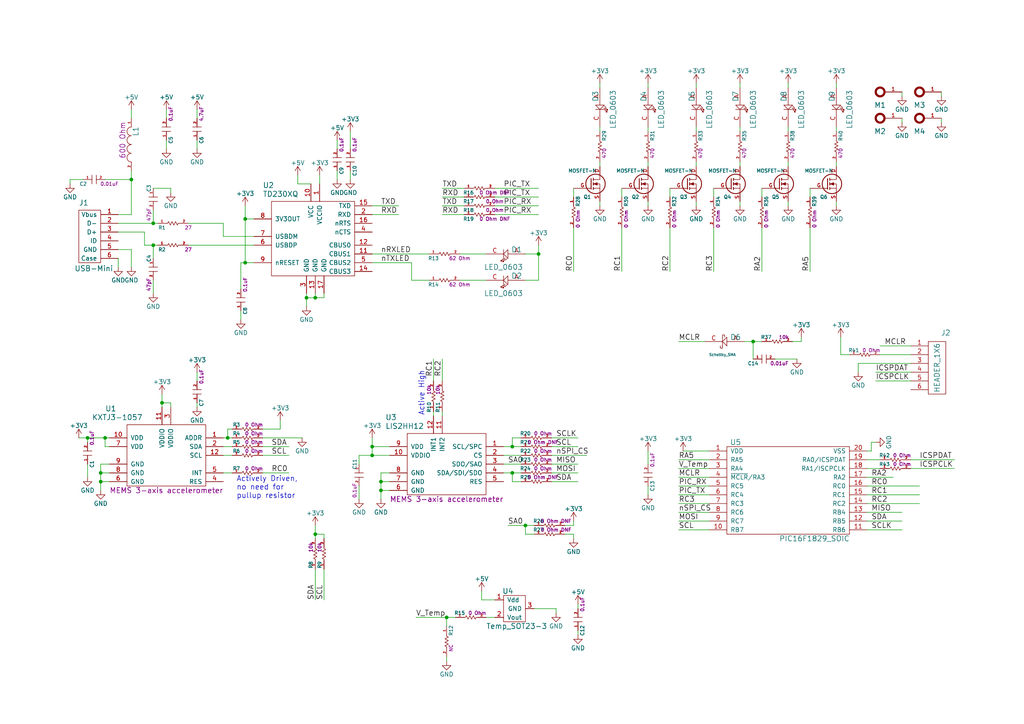
<source format=kicad_sch>
(kicad_sch (version 20230121) (generator eeschema)
  (paper "A4")
  (junction (at 129.54 179.07))
  (junction (at 107.95 132.08))
  (junction (at 44.45 71.12))
  (junction (at 25.4 127))
  (junction (at 30.48 127))
  (junction (at 148.59 137.16))
  (junction (at 148.59 129.54))
  (junction (at 91.44 154.94))
  (junction (at 29.21 139.7))
  (junction (at 88.9 86.36))
  (junction (at 71.12 63.5))
  (junction (at 71.12 76.2))
  (junction (at 29.21 137.16))
  (junction (at 156.21 73.66))
  (junction (at 38.1 52.07))
  (junction (at 46.99 116.84))
  (junction (at 152.4 152.4))
  (junction (at 66.04 127))
  (junction (at 44.45 64.77))
  (junction (at 110.49 142.24))
  (junction (at 110.49 139.7))
  (junction (at 107.95 129.54))
  (junction (at 91.44 86.36))
  (junction (at 218.44 99.06))
  (wire (pts (xy 146.05 132.08) (xy 151.13 132.08)))
  (wire (pts (xy 148.59 137.16) (xy 151.13 137.16)))
  (wire (pts (xy 129.54 181.61) (xy 129.54 179.07)))
  (wire (pts (xy 154.94 176.53) (xy 161.29 176.53)))
  (wire (pts (xy 220.98 57.15) (xy 220.98 54.61)))
  (wire (pts (xy 115.57 59.69) (xy 107.95 59.69)))
  (wire (pts (xy 242.57 58.42) (xy 242.57 59.69)))
  (wire (pts (xy 101.6 43.18) (xy 101.6 38.1)))
  (wire (pts (xy 128.27 57.15) (xy 134.62 57.15)))
  (wire (pts (xy 261.62 27.94) (xy 261.62 26.67)))
  (wire (pts (xy 44.45 54.61) (xy 49.53 54.61)))
  (wire (pts (xy 196.85 153.67) (xy 205.74 153.67)))
  (wire (pts (xy 234.95 78.74) (xy 234.95 66.04)))
  (wire (pts (xy 64.77 129.54) (xy 67.31 129.54)))
  (wire (pts (xy 148.59 139.7) (xy 148.59 137.16)))
  (wire (pts (xy 261.62 151.13) (xy 251.46 151.13)))
  (wire (pts (xy 207.01 57.15) (xy 207.01 54.61)))
  (wire (pts (xy 156.21 57.15) (xy 143.51 57.15)))
  (wire (pts (xy 49.53 54.61) (xy 49.53 55.88)))
  (wire (pts (xy 163.83 152.4) (xy 166.37 152.4)))
  (wire (pts (xy 156.21 81.28) (xy 152.4 81.28)))
  (wire (pts (xy 119.38 81.28) (xy 124.46 81.28)))
  (wire (pts (xy 30.48 129.54) (xy 30.48 127)))
  (wire (pts (xy 104.14 132.08) (xy 104.14 134.62)))
  (wire (pts (xy 46.99 114.3) (xy 46.99 116.84)))
  (wire (pts (xy 48.26 43.18) (xy 48.26 40.64)))
  (wire (pts (xy 48.26 34.29) (xy 48.26 31.75)))
  (wire (pts (xy 129.54 191.77) (xy 129.54 190.5)))
  (wire (pts (xy 232.41 99.06) (xy 232.41 97.79)))
  (wire (pts (xy 88.9 88.9) (xy 88.9 86.36)))
  (wire (pts (xy 69.85 90.17) (xy 69.85 92.71)))
  (wire (pts (xy 161.29 176.53) (xy 161.29 177.8)))
  (wire (pts (xy 261.62 34.29) (xy 261.62 35.56)))
  (wire (pts (xy 81.28 124.46) (xy 81.28 121.92)))
  (wire (pts (xy 224.79 104.14) (xy 231.14 104.14)))
  (wire (pts (xy 229.87 99.06) (xy 232.41 99.06)))
  (wire (pts (xy 140.97 179.07) (xy 143.51 179.07)))
  (wire (pts (xy 25.4 134.62) (xy 25.4 138.43)))
  (wire (pts (xy 251.46 133.35) (xy 255.27 133.35)))
  (wire (pts (xy 167.64 134.62) (xy 160.02 134.62)))
  (wire (pts (xy 31.75 129.54) (xy 30.48 129.54)))
  (wire (pts (xy 273.05 35.56) (xy 273.05 34.29)))
  (wire (pts (xy 128.27 62.23) (xy 134.62 62.23)))
  (wire (pts (xy 228.6 58.42) (xy 228.6 59.69)))
  (wire (pts (xy 151.13 127) (xy 148.59 127)))
  (wire (pts (xy 83.82 137.16) (xy 76.2 137.16)))
  (wire (pts (xy 196.85 99.06) (xy 204.47 99.06)))
  (wire (pts (xy 88.9 86.36) (xy 88.9 85.09)))
  (wire (pts (xy 76.2 124.46) (xy 81.28 124.46)))
  (wire (pts (xy 180.34 57.15) (xy 180.34 54.61)))
  (wire (pts (xy 41.91 67.31) (xy 41.91 71.12)))
  (wire (pts (xy 57.15 43.18) (xy 57.15 40.64)))
  (wire (pts (xy 196.85 138.43) (xy 205.74 138.43)))
  (wire (pts (xy 71.12 63.5) (xy 71.12 76.2)))
  (wire (pts (xy 110.49 139.7) (xy 110.49 142.24)))
  (wire (pts (xy 251.46 135.89) (xy 255.27 135.89)))
  (wire (pts (xy 83.82 132.08) (xy 76.2 132.08)))
  (wire (pts (xy 187.96 143.51) (xy 187.96 140.97)))
  (wire (pts (xy 44.45 60.96) (xy 44.45 64.77)))
  (wire (pts (xy 187.96 36.83) (xy 187.96 38.1)))
  (wire (pts (xy 173.99 46.99) (xy 173.99 48.26)))
  (wire (pts (xy 252.73 130.81) (xy 252.73 128.27)))
  (wire (pts (xy 113.03 142.24) (xy 110.49 142.24)))
  (wire (pts (xy 38.1 72.39) (xy 38.1 77.47)))
  (wire (pts (xy 119.38 76.2) (xy 107.95 76.2)))
  (wire (pts (xy 180.34 78.74) (xy 180.34 66.04)))
  (wire (pts (xy 228.6 36.83) (xy 228.6 38.1)))
  (wire (pts (xy 187.96 134.62) (xy 187.96 130.81)))
  (wire (pts (xy 120.65 179.07) (xy 129.54 179.07)))
  (wire (pts (xy 91.44 86.36) (xy 93.98 86.36)))
  (wire (pts (xy 64.77 132.08) (xy 67.31 132.08)))
  (wire (pts (xy 214.63 24.13) (xy 214.63 25.4)))
  (wire (pts (xy 134.62 54.61) (xy 128.27 54.61)))
  (wire (pts (xy 107.95 127) (xy 107.95 129.54)))
  (wire (pts (xy 93.98 86.36) (xy 93.98 85.09)))
  (wire (pts (xy 133.35 73.66) (xy 140.97 73.66)))
  (wire (pts (xy 251.46 130.81) (xy 252.73 130.81)))
  (wire (pts (xy 196.85 133.35) (xy 205.74 133.35)))
  (wire (pts (xy 242.57 46.99) (xy 242.57 48.26)))
  (wire (pts (xy 205.74 130.81) (xy 198.12 130.81)))
  (wire (pts (xy 29.21 139.7) (xy 31.75 139.7)))
  (wire (pts (xy 125.73 104.14) (xy 125.73 110.49)))
  (wire (pts (xy 156.21 54.61) (xy 143.51 54.61)))
  (wire (pts (xy 46.99 116.84) (xy 49.53 116.84)))
  (wire (pts (xy 228.6 46.99) (xy 228.6 48.26)))
  (wire (pts (xy 107.95 73.66) (xy 124.46 73.66)))
  (wire (pts (xy 104.14 132.08) (xy 107.95 132.08)))
  (wire (pts (xy 259.08 138.43) (xy 251.46 138.43)))
  (wire (pts (xy 148.59 129.54) (xy 151.13 129.54)))
  (wire (pts (xy 24.13 52.07) (xy 20.32 52.07)))
  (wire (pts (xy 44.45 64.77) (xy 45.72 64.77)))
  (wire (pts (xy 69.85 76.2) (xy 71.12 76.2)))
  (wire (pts (xy 113.03 129.54) (xy 107.95 129.54)))
  (wire (pts (xy 92.71 53.34) (xy 92.71 50.8)))
  (wire (pts (xy 128.27 120.65) (xy 128.27 119.38)))
  (wire (pts (xy 248.92 107.95) (xy 248.92 105.41)))
  (wire (pts (xy 71.12 59.69) (xy 71.12 63.5)))
  (wire (pts (xy 115.57 62.23) (xy 107.95 62.23)))
  (wire (pts (xy 201.93 24.13) (xy 201.93 25.4)))
  (wire (pts (xy 201.93 36.83) (xy 201.93 38.1)))
  (wire (pts (xy 139.7 171.45) (xy 139.7 173.99)))
  (wire (pts (xy 29.21 139.7) (xy 29.21 142.24)))
  (wire (pts (xy 34.29 74.93) (xy 34.29 77.47)))
  (wire (pts (xy 254 107.95) (xy 264.16 107.95)))
  (wire (pts (xy 101.6 52.07) (xy 101.6 49.53)))
  (wire (pts (xy 166.37 57.15) (xy 166.37 54.61)))
  (wire (pts (xy 264.16 102.87) (xy 255.27 102.87)))
  (wire (pts (xy 166.37 154.94) (xy 166.37 156.21)))
  (wire (pts (xy 86.36 53.34) (xy 86.36 50.8)))
  (wire (pts (xy 83.82 129.54) (xy 76.2 129.54)))
  (wire (pts (xy 110.49 142.24) (xy 110.49 144.78)))
  (wire (pts (xy 64.77 68.58) (xy 73.66 68.58)))
  (wire (pts (xy 30.48 52.07) (xy 38.1 52.07)))
  (wire (pts (xy 234.95 57.15) (xy 234.95 54.61)))
  (wire (pts (xy 73.66 63.5) (xy 71.12 63.5)))
  (wire (pts (xy 243.84 102.87) (xy 243.84 97.79)))
  (wire (pts (xy 97.79 52.07) (xy 97.79 49.53)))
  (wire (pts (xy 44.45 74.93) (xy 44.45 71.12)))
  (wire (pts (xy 34.29 62.23) (xy 38.1 62.23)))
  (wire (pts (xy 167.64 127) (xy 160.02 127)))
  (wire (pts (xy 41.91 71.12) (xy 44.45 71.12)))
  (wire (pts (xy 91.44 165.1) (xy 91.44 173.99)))
  (wire (pts (xy 57.15 34.29) (xy 57.15 31.75)))
  (wire (pts (xy 29.21 134.62) (xy 31.75 134.62)))
  (wire (pts (xy 242.57 24.13) (xy 242.57 25.4)))
  (wire (pts (xy 54.61 64.77) (xy 64.77 64.77)))
  (wire (pts (xy 243.84 102.87) (xy 246.38 102.87)))
  (wire (pts (xy 167.64 137.16) (xy 160.02 137.16)))
  (wire (pts (xy 97.79 43.18) (xy 97.79 40.64)))
  (wire (pts (xy 201.93 46.99) (xy 201.93 48.26)))
  (wire (pts (xy 129.54 179.07) (xy 132.08 179.07)))
  (wire (pts (xy 254 110.49) (xy 264.16 110.49)))
  (wire (pts (xy 214.63 46.99) (xy 214.63 48.26)))
  (wire (pts (xy 220.98 78.74) (xy 220.98 66.04)))
  (wire (pts (xy 194.31 78.74) (xy 194.31 66.04)))
  (wire (pts (xy 29.21 134.62) (xy 29.21 137.16)))
  (wire (pts (xy 266.7 143.51) (xy 251.46 143.51)))
  (wire (pts (xy 187.96 24.13) (xy 187.96 25.4)))
  (wire (pts (xy 205.74 143.51) (xy 196.85 143.51)))
  (wire (pts (xy 196.85 148.59) (xy 205.74 148.59)))
  (wire (pts (xy 214.63 58.42) (xy 214.63 59.69)))
  (wire (pts (xy 215.9 99.06) (xy 218.44 99.06)))
  (wire (pts (xy 151.13 139.7) (xy 148.59 139.7)))
  (wire (pts (xy 276.86 135.89) (xy 264.16 135.89)))
  (wire (pts (xy 163.83 154.94) (xy 166.37 154.94)))
  (wire (pts (xy 156.21 73.66) (xy 156.21 81.28)))
  (wire (pts (xy 187.96 46.99) (xy 187.96 48.26)))
  (wire (pts (xy 69.85 76.2) (xy 69.85 83.82)))
  (wire (pts (xy 148.59 127) (xy 148.59 129.54)))
  (wire (pts (xy 38.1 62.23) (xy 38.1 52.07)))
  (wire (pts (xy 88.9 86.36) (xy 91.44 86.36)))
  (wire (pts (xy 64.77 64.77) (xy 64.77 68.58)))
  (wire (pts (xy 228.6 24.13) (xy 228.6 25.4)))
  (wire (pts (xy 154.94 154.94) (xy 152.4 154.94)))
  (wire (pts (xy 166.37 78.74) (xy 166.37 66.04)))
  (wire (pts (xy 156.21 73.66) (xy 152.4 73.66)))
  (wire (pts (xy 38.1 34.29) (xy 38.1 31.75)))
  (wire (pts (xy 30.48 127) (xy 25.4 127)))
  (wire (pts (xy 187.96 58.42) (xy 187.96 59.69)))
  (wire (pts (xy 91.44 86.36) (xy 91.44 85.09)))
  (wire (pts (xy 207.01 78.74) (xy 207.01 66.04)))
  (wire (pts (xy 93.98 165.1) (xy 93.98 173.99)))
  (wire (pts (xy 67.31 137.16) (xy 64.77 137.16)))
  (wire (pts (xy 34.29 64.77) (xy 44.45 64.77)))
  (wire (pts (xy 266.7 140.97) (xy 251.46 140.97)))
  (wire (pts (xy 196.85 146.05) (xy 205.74 146.05)))
  (wire (pts (xy 119.38 76.2) (xy 119.38 81.28)))
  (wire (pts (xy 64.77 127) (xy 66.04 127)))
  (wire (pts (xy 146.05 137.16) (xy 148.59 137.16)))
  (wire (pts (xy 93.98 154.94) (xy 93.98 156.21)))
  (wire (pts (xy 57.15 116.84) (xy 57.15 118.11)))
  (wire (pts (xy 167.64 129.54) (xy 160.02 129.54)))
  (wire (pts (xy 170.18 132.08) (xy 160.02 132.08)))
  (wire (pts (xy 261.62 153.67) (xy 251.46 153.67)))
  (wire (pts (xy 273.05 27.94) (xy 273.05 26.67)))
  (wire (pts (xy 156.21 62.23) (xy 143.51 62.23)))
  (wire (pts (xy 261.62 148.59) (xy 251.46 148.59)))
  (wire (pts (xy 104.14 140.97) (xy 104.14 144.78)))
  (wire (pts (xy 90.17 53.34) (xy 86.36 53.34)))
  (wire (pts (xy 91.44 156.21) (xy 91.44 154.94)))
  (wire (pts (xy 113.03 137.16) (xy 110.49 137.16)))
  (wire (pts (xy 173.99 58.42) (xy 173.99 59.69)))
  (wire (pts (xy 252.73 128.27) (xy 254 128.27)))
  (wire (pts (xy 44.45 71.12) (xy 45.72 71.12)))
  (wire (pts (xy 29.21 137.16) (xy 31.75 137.16)))
  (wire (pts (xy 156.21 71.12) (xy 156.21 73.66)))
  (wire (pts (xy 46.99 116.84) (xy 46.99 118.11)))
  (wire (pts (xy 167.64 176.53) (xy 167.64 175.26)))
  (wire (pts (xy 57.15 107.95) (xy 57.15 110.49)))
  (wire (pts (xy 34.29 67.31) (xy 41.91 67.31)))
  (wire (pts (xy 71.12 76.2) (xy 73.66 76.2)))
  (wire (pts (xy 156.21 59.69) (xy 143.51 59.69)))
  (wire (pts (xy 107.95 129.54) (xy 107.95 132.08)))
  (wire (pts (xy 146.05 129.54) (xy 148.59 129.54)))
  (wire (pts (xy 76.2 127) (xy 87.63 127)))
  (wire (pts (xy 248.92 105.41) (xy 264.16 105.41)))
  (wire (pts (xy 54.61 71.12) (xy 73.66 71.12)))
  (wire (pts (xy 49.53 116.84) (xy 49.53 118.11)))
  (wire (pts (xy 38.1 52.07) (xy 38.1 49.53)))
  (wire (pts (xy 25.4 127) (xy 22.86 127)))
  (wire (pts (xy 107.95 132.08) (xy 113.03 132.08)))
  (wire (pts (xy 194.31 57.15) (xy 194.31 54.61)))
  (wire (pts (xy 167.64 139.7) (xy 160.02 139.7)))
  (wire (pts (xy 133.35 81.28) (xy 140.97 81.28)))
  (wire (pts (xy 242.57 36.83) (xy 242.57 38.1)))
  (wire (pts (xy 173.99 36.83) (xy 173.99 38.1)))
  (wire (pts (xy 147.32 152.4) (xy 152.4 152.4)))
  (wire (pts (xy 134.62 59.69) (xy 128.27 59.69)))
  (wire (pts (xy 91.44 154.94) (xy 93.98 154.94)))
  (wire (pts (xy 66.04 124.46) (xy 66.04 127)))
  (wire (pts (xy 166.37 152.4) (xy 166.37 151.13)))
  (wire (pts (xy 218.44 99.06) (xy 220.98 99.06)))
  (wire (pts (xy 29.21 137.16) (xy 29.21 139.7)))
  (wire (pts (xy 125.73 120.65) (xy 125.73 119.38)))
  (wire (pts (xy 167.64 184.15) (xy 167.64 182.88)))
  (wire (pts (xy 152.4 154.94) (xy 152.4 152.4)))
  (wire (pts (xy 196.85 151.13) (xy 205.74 151.13)))
  (wire (pts (xy 31.75 127) (xy 30.48 127)))
  (wire (pts (xy 152.4 152.4) (xy 154.94 152.4)))
  (wire (pts (xy 25.4 128.27) (xy 25.4 127)))
  (wire (pts (xy 276.86 133.35) (xy 264.16 133.35)))
  (wire (pts (xy 173.99 24.13) (xy 173.99 25.4)))
  (wire (pts (xy 196.85 140.97) (xy 205.74 140.97)))
  (wire (pts (xy 20.32 52.07) (xy 20.32 53.34)))
  (wire (pts (xy 146.05 134.62) (xy 151.13 134.62)))
  (wire (pts (xy 266.7 146.05) (xy 251.46 146.05)))
  (wire (pts (xy 67.31 124.46) (xy 66.04 124.46)))
  (wire (pts (xy 110.49 137.16) (xy 110.49 139.7)))
  (wire (pts (xy 113.03 139.7) (xy 110.49 139.7)))
  (wire (pts (xy 128.27 104.14) (xy 128.27 110.49)))
  (wire (pts (xy 139.7 173.99) (xy 143.51 173.99)))
  (wire (pts (xy 201.93 58.42) (xy 201.93 59.69)))
  (wire (pts (xy 255.27 100.33) (xy 264.16 100.33)))
  (wire (pts (xy 66.04 127) (xy 67.31 127)))
  (wire (pts (xy 196.85 135.89) (xy 205.74 135.89)))
  (wire (pts (xy 91.44 154.94) (xy 91.44 152.4)))
  (wire (pts (xy 34.29 72.39) (xy 38.1 72.39)))
  (wire (pts (xy 218.44 104.14) (xy 218.44 99.06)))
  (wire (pts (xy 214.63 36.83) (xy 214.63 38.1)))
  (wire (pts (xy 44.45 81.28) (xy 44.45 85.09)))
  (text "Actively Driven, \nno need for \npullup resistor" (at 68.58 144.78 0) (effects (font (size 1.524 1.524)) (justify left bottom)))
  (text "Active High" (at 123.19 120.65 90) (effects (font (size 1.524 1.524)) (justify left bottom)))
  (label "PIC_TX" (at 146.05 54.61 0) (effects (font (size 1.524 1.524))))
  (label "SCL" (at 93.98 173.99 90) (effects (font (size 1.524 1.524))))
  (label "TXD" (at 128.27 54.61 0) (effects (font (size 1.524 1.524))))
  (label "RA2" (at 220.98 78.74 90) (effects (font (size 1.524 1.524))))
  (label "PIC_RX" (at 196.85 140.97 0) (effects (font (size 1.524 1.524))))
  (label "nRXLED" (at 110.49 73.66 0) (effects (font (size 1.524 1.524))))
  (label "MOSI" (at 161.29 137.16 0) (effects (font (size 1.524 1.524))))
  (label "RC1" (at 252.73 143.51 0) (effects (font (size 1.524 1.524))))
  (label "nTXLED" (at 110.49 76.2 0) (effects (font (size 1.524 1.524))))
  (label "RA5" (at 234.95 78.74 90) (effects (font (size 1.524 1.524))))
  (label "RC0" (at 78.74 137.16 0) (effects (font (size 1.524 1.524))))
  (label "RA2" (at 252.73 138.43 0) (effects (font (size 1.524 1.524))))
  (label "ICSPCLK" (at 266.7 135.89 0) (effects (font (size 1.524 1.524))))
  (label "RC0" (at 252.73 140.97 0) (effects (font (size 1.524 1.524))))
  (label "RC2" (at 194.31 78.74 90) (effects (font (size 1.524 1.524))))
  (label "RC3" (at 207.01 78.74 90) (effects (font (size 1.524 1.524))))
  (label "SDA" (at 78.74 129.54 0) (effects (font (size 1.524 1.524))))
  (label "PIC_RX" (at 146.05 59.69 0) (effects (font (size 1.524 1.524))))
  (label "nSPI_CS" (at 196.85 148.59 0) (effects (font (size 1.524 1.524))))
  (label "MISO" (at 161.29 134.62 0) (effects (font (size 1.524 1.524))))
  (label "PIC_TX" (at 196.85 143.51 0) (effects (font (size 1.524 1.524))))
  (label "SCL" (at 78.74 132.08 0) (effects (font (size 1.524 1.524))))
  (label "RC0" (at 166.37 78.74 90) (effects (font (size 1.524 1.524))))
  (label "RA5" (at 196.85 133.35 0) (effects (font (size 1.524 1.524))))
  (label "RC1" (at 180.34 78.74 90) (effects (font (size 1.524 1.524))))
  (label "TXD" (at 110.49 59.69 0) (effects (font (size 1.524 1.524))))
  (label "MISO" (at 252.73 148.59 0) (effects (font (size 1.524 1.524))))
  (label "nSPI_CS" (at 161.29 132.08 0) (effects (font (size 1.524 1.524))))
  (label "RC1" (at 125.73 109.22 90) (effects (font (size 1.524 1.524))))
  (label "SDA" (at 91.44 173.99 90) (effects (font (size 1.524 1.524))))
  (label "SCLK" (at 252.73 153.67 0) (effects (font (size 1.524 1.524))))
  (label "SDA" (at 252.73 151.13 0) (effects (font (size 1.524 1.524))))
  (label "SDA" (at 161.29 139.7 0) (effects (font (size 1.524 1.524))))
  (label "RC3" (at 196.85 146.05 0) (effects (font (size 1.524 1.524))))
  (label "TXD" (at 128.27 59.69 0) (effects (font (size 1.524 1.524))))
  (label "RXD" (at 110.49 62.23 0) (effects (font (size 1.524 1.524))))
  (label "SCLK" (at 161.29 127 0) (effects (font (size 1.524 1.524))))
  (label "ICSPCLK" (at 254 110.49 0) (effects (font (size 1.524 1.524))))
  (label "SCL" (at 161.29 129.54 0) (effects (font (size 1.524 1.524))))
  (label "SCL" (at 196.85 153.67 0) (effects (font (size 1.524 1.524))))
  (label "PIC_TX" (at 146.05 57.15 0) (effects (font (size 1.524 1.524))))
  (label "RC2" (at 252.73 146.05 0) (effects (font (size 1.524 1.524))))
  (label "MCLR" (at 196.85 99.06 0) (effects (font (size 1.524 1.524))))
  (label "RC2" (at 128.27 109.22 90) (effects (font (size 1.524 1.524))))
  (label "ICSPDAT" (at 254 107.95 0) (effects (font (size 1.524 1.524))))
  (label "RXD" (at 128.27 57.15 0) (effects (font (size 1.524 1.524))))
  (label "SA0" (at 147.32 134.62 0) (effects (font (size 1.524 1.524))))
  (label "ICSPDAT" (at 266.7 133.35 0) (effects (font (size 1.524 1.524))))
  (label "V_Temp" (at 120.65 179.07 0) (effects (font (size 1.524 1.524))))
  (label "SA0" (at 147.32 152.4 0) (effects (font (size 1.524 1.524))))
  (label "V_Temp" (at 196.85 135.89 0) (effects (font (size 1.524 1.524))))
  (label "MOSI" (at 196.85 151.13 0) (effects (font (size 1.524 1.524))))
  (label "MCLR" (at 196.85 138.43 0) (effects (font (size 1.524 1.524))))
  (label "RXD" (at 128.27 62.23 0) (effects (font (size 1.524 1.524))))
  (label "PIC_RX" (at 146.05 62.23 0) (effects (font (size 1.524 1.524))))
  (label "MCLR" (at 256.54 100.33 0) (effects (font (size 1.524 1.524))))
  (symbol (lib_id "accelerometers-rescue:USB-Mini") (at 29.21 62.23 0) (unit 1)
    (property "Reference" "J1" (at 22.86 59.69 0) (effects (font (size 1.524 1.524)) (justify left bottom)))
    (property "Value" "USB-Mini" (at 21.59 78.74 0) (effects (font (size 1.524 1.524)) (justify left bottom)))
    (property "Footprint" "connectors:USB-Mini" (effects hide))
    (property "Datasheet" "http://files.edac.net/690-005-299-043.pdf" (effects hide))
    (property "MFG" "EDAC Inc." (effects hide))
    (property "MFG_PN" "690-005-299-043" (effects hide))
  )
  (symbol (lib_id "accelerometers-rescue:TD230XQ") (at 92.71 59.69 0) (unit 1)
    (property "Reference" "U2" (at 76.2 54.61 0) (effects (font (size 1.524 1.524)) (justify left bottom)))
    (property "Value" "TD230XQ" (at 76.2 57.15 0) (effects (font (size 1.524 1.524)) (justify left bottom)))
    (property "Footprint" "ICs:QFN16-4mm" (effects hide))
    (property "Datasheet" "http://www.ftdichip.com/Support/Documents/DataSheets/ICs/DS_FT230X.pdf" (effects hide))
    (property "MFG_PN" "FT230XQ-R" (effects hide))
  )
  (symbol (lib_id "accelerometers-rescue:IND") (at 38.1 34.29 270) (unit 1)
    (property "Reference" "L1" (at 39.37 38.1 0) (effects (font (size 1.524 1.524))))
    (property "Value" "IND" (effects hide))
    (property "Footprint" "passives:C0805" (effects hide))
    (property "val" "600 Ohm" (at 35.56 40.64 0) (effects (font (size 1.524 1.524))))
    (property "MFG_PN" "MI0805K601R-10" (effects hide))
    (property "MFGR" "Laird" (effects hide))
  )
  (symbol (lib_id "accelerometers-rescue:+5V") (at 38.1 31.75 0) (unit 1)
    (property "Reference" "#PWR6" (effects hide))
    (property "Value" "+5V" (at 38.1 28.194 0))
  )
  (symbol (lib_id "accelerometers-rescue:CAP_0603") (at 27.94 52.07 0) (unit 1)
    (property "Reference" "C2" (at 24.13 53.34 0) (effects (font (size 1.016 1.016))))
    (property "Value" "CAP_0603" (effects hide))
    (property "Footprint" "C0603" (effects hide))
    (property "val" "0.01uF" (at 31.75 53.34 0) (effects (font (size 1.016 1.016))))
    (property "MFG_PN" "{PN}" (effects hide))
  )
  (symbol (lib_id "accelerometers-rescue:CAP_0603") (at 97.79 45.72 90) (unit 1)
    (property "Reference" "C9" (at 99.06 49.53 0) (effects (font (size 1.016 1.016))))
    (property "Value" "CAP_0603" (effects hide))
    (property "Footprint" "C0603" (effects hide))
    (property "val" "0.1uF" (at 99.06 41.91 0) (effects (font (size 1.016 1.016))))
    (property "MFG_PN" "{PN}" (effects hide))
  )
  (symbol (lib_id "accelerometers-rescue:CAP_0603") (at 101.6 45.72 90) (unit 1)
    (property "Reference" "C10" (at 102.87 49.53 0) (effects (font (size 1.016 1.016))))
    (property "Value" "CAP_0603" (effects hide))
    (property "Footprint" "C0603" (effects hide))
    (property "val" "0.1uF" (at 102.87 41.91 0) (effects (font (size 1.016 1.016))))
    (property "MFG_PN" "{PN}" (effects hide))
  )
  (symbol (lib_id "accelerometers-rescue:+3.3V") (at 71.12 59.69 0) (unit 1)
    (property "Reference" "#PWR18" (effects hide))
    (property "Value" "+3.3V" (at 71.12 56.134 0))
  )
  (symbol (lib_id "accelerometers-rescue:+3.3V") (at 92.71 50.8 0) (unit 1)
    (property "Reference" "#PWR24" (effects hide))
    (property "Value" "+3.3V" (at 92.71 47.244 0))
  )
  (symbol (lib_id "accelerometers-rescue:+5V") (at 86.36 50.8 0) (unit 1)
    (property "Reference" "#PWR20" (effects hide))
    (property "Value" "+5V" (at 86.36 47.244 0))
  )
  (symbol (lib_id "accelerometers-rescue:+5V") (at 97.79 40.64 0) (unit 1)
    (property "Reference" "#PWR25" (effects hide))
    (property "Value" "+5V" (at 97.79 37.084 0))
  )
  (symbol (lib_id "accelerometers-rescue:+3.3V") (at 101.6 38.1 0) (unit 1)
    (property "Reference" "#PWR27" (effects hide))
    (property "Value" "+3.3V" (at 101.6 34.544 0))
  )
  (symbol (lib_id "accelerometers-rescue:GND") (at 97.79 52.07 0) (unit 1)
    (property "Reference" "#PWR26" (effects hide))
    (property "Value" "GND" (at 97.79 55.88 0))
  )
  (symbol (lib_id "accelerometers-rescue:GND") (at 101.6 52.07 0) (unit 1)
    (property "Reference" "#PWR28" (effects hide))
    (property "Value" "GND" (at 101.6 55.88 0))
  )
  (symbol (lib_id "accelerometers-rescue:GND") (at 57.15 43.18 0) (unit 1)
    (property "Reference" "#PWR14" (effects hide))
    (property "Value" "GND" (at 57.15 46.99 0))
  )
  (symbol (lib_id "accelerometers-rescue:GND") (at 20.32 53.34 0) (unit 1)
    (property "Reference" "#PWR1" (effects hide))
    (property "Value" "GND" (at 20.32 57.15 0))
  )
  (symbol (lib_id "accelerometers-rescue:GND") (at 34.29 77.47 0) (unit 1)
    (property "Reference" "#PWR5" (effects hide))
    (property "Value" "GND" (at 34.29 81.28 0))
  )
  (symbol (lib_id "accelerometers-rescue:GND") (at 38.1 77.47 0) (unit 1)
    (property "Reference" "#PWR7" (effects hide))
    (property "Value" "GND" (at 38.1 81.28 0))
  )
  (symbol (lib_id "accelerometers-rescue:RES_0603") (at 52.07 64.77 0) (unit 1)
    (property "Reference" "R1" (at 46.99 66.04 0) (effects (font (size 1.016 1.016))))
    (property "Value" "RES_0603" (effects hide))
    (property "Footprint" "R0603" (effects hide))
    (property "val" "27" (at 54.61 66.04 0) (effects (font (size 1.016 1.016))))
    (property "MFG_PN" "{PN}" (effects hide))
  )
  (symbol (lib_id "accelerometers-rescue:RES_0603") (at 52.07 71.12 0) (unit 1)
    (property "Reference" "R2" (at 46.99 72.39 0) (effects (font (size 1.016 1.016))))
    (property "Value" "RES_0603" (effects hide))
    (property "Footprint" "R0603" (effects hide))
    (property "val" "27" (at 54.61 72.39 0) (effects (font (size 1.016 1.016))))
    (property "MFG_PN" "{PN}" (effects hide))
  )
  (symbol (lib_id "accelerometers-rescue:CAP_0603") (at 69.85 86.36 90) (unit 1)
    (property "Reference" "C8" (at 71.12 90.17 0) (effects (font (size 1.016 1.016))))
    (property "Value" "CAP_0603" (effects hide))
    (property "Footprint" "C0603" (effects hide))
    (property "val" "0.1uF" (at 71.12 82.55 0) (effects (font (size 1.016 1.016))))
    (property "MFG_PN" "{PN}" (effects hide))
  )
  (symbol (lib_id "accelerometers-rescue:GND") (at 69.85 92.71 0) (unit 1)
    (property "Reference" "#PWR17" (effects hide))
    (property "Value" "GND" (at 69.85 96.52 0))
  )
  (symbol (lib_id "accelerometers-rescue:GND") (at 88.9 88.9 0) (unit 1)
    (property "Reference" "#PWR22" (effects hide))
    (property "Value" "GND" (at 88.9 92.71 0))
  )
  (symbol (lib_id "accelerometers-rescue:+5V") (at 57.15 31.75 0) (unit 1)
    (property "Reference" "#PWR13" (effects hide))
    (property "Value" "+5V" (at 57.15 28.194 0))
  )
  (symbol (lib_id "accelerometers-rescue:KXTJ3-1057") (at 44.45 127 0) (unit 1)
    (property "Reference" "U1" (at 30.48 119.38 0) (effects (font (size 1.524 1.524)) (justify left bottom)))
    (property "Value" "KXTJ3-1057" (at 26.67 121.92 0) (effects (font (size 1.524 1.524)) (justify left bottom)))
    (property "Footprint" "ICs:LGA12-2mm" (effects hide))
    (property "Datasheet" "http://kionixfs.kionix.com/en/datasheet/KXTJ3-1057-Specifications-Rev-3.0.pdf" (effects hide))
    (property "MFG_PN" "KXTJ3-1057" (effects hide))
    (property "MFG" "Kionix Inc." (effects hide))
    (property "Description" "MEMS 3-axis accelerometer" (at 48.26 142.24 0) (effects (font (size 1.524 1.524))))
  )
  (symbol (lib_id "accelerometers-rescue:LIS2HH12") (at 125.73 129.54 0) (unit 1)
    (property "Reference" "U3" (at 111.76 121.92 0) (effects (font (size 1.524 1.524)) (justify left bottom)))
    (property "Value" "LIS2HH12" (at 111.76 124.46 0) (effects (font (size 1.524 1.524)) (justify left bottom)))
    (property "Footprint" "ICs:LGA12-2mm" (effects hide))
    (property "Datasheet" "http://www.st.com/content/ccc/resource/technical/document/datasheet/c9/16/f2/79/ca/31/47/89/DM00096789.pdf/files/DM00096789.pdf/jcr:content/translations/en.DM00096789.pdf" (effects hide))
    (property "MFG_PN" "LIS2HH12TR" (effects hide))
    (property "MFG" "STMicroelectronics" (effects hide))
    (property "Description" "MEMS 3-axis accelerometer" (at 129.54 144.78 0) (effects (font (size 1.524 1.524))))
  )
  (symbol (lib_id "accelerometers-rescue:CAP_0603") (at 48.26 36.83 90) (unit 1)
    (property "Reference" "C5" (at 49.53 40.64 0) (effects (font (size 1.016 1.016))))
    (property "Value" "CAP_0603" (effects hide))
    (property "Footprint" "C0603" (effects hide))
    (property "val" "0.1uF" (at 49.53 33.02 0) (effects (font (size 1.016 1.016))))
    (property "MFG_PN" "{PN}" (effects hide))
  )
  (symbol (lib_id "accelerometers-rescue:GND") (at 48.26 43.18 0) (unit 1)
    (property "Reference" "#PWR11" (effects hide))
    (property "Value" "GND" (at 48.26 46.99 0))
  )
  (symbol (lib_id "accelerometers-rescue:+5V") (at 48.26 31.75 0) (unit 1)
    (property "Reference" "#PWR10" (effects hide))
    (property "Value" "+5V" (at 48.26 28.194 0))
  )
  (symbol (lib_id "accelerometers-rescue:CAP_0805") (at 57.15 36.83 90) (unit 1)
    (property "Reference" "C6" (at 58.42 40.64 0) (effects (font (size 1.016 1.016))))
    (property "Value" "CAP_0805" (effects hide))
    (property "Footprint" "C0805" (effects hide))
    (property "val" "4.7uF" (at 58.42 33.02 0) (effects (font (size 1.016 1.016))))
    (property "MFG_PN" "{PN}" (effects hide))
  )
  (symbol (lib_id "accelerometers-rescue:CAP_0603") (at 44.45 78.74 270) (unit 1)
    (property "Reference" "C4" (at 43.18 74.93 0) (effects (font (size 1.016 1.016))))
    (property "Value" "CAP_0603" (effects hide))
    (property "Footprint" "C0603" (effects hide))
    (property "val" "47pF" (at 43.18 82.55 0) (effects (font (size 1.016 1.016))))
    (property "MFG_PN" "{PN}" (effects hide))
  )
  (symbol (lib_id "accelerometers-rescue:CAP_0603") (at 44.45 58.42 270) (unit 1)
    (property "Reference" "C3" (at 43.18 54.61 0) (effects (font (size 1.016 1.016))))
    (property "Value" "CAP_0603" (effects hide))
    (property "Footprint" "C0603" (effects hide))
    (property "val" "47pF" (at 43.18 62.23 0) (effects (font (size 1.016 1.016))))
    (property "MFG_PN" "{PN}" (effects hide))
  )
  (symbol (lib_id "accelerometers-rescue:GND") (at 44.45 85.09 0) (unit 1)
    (property "Reference" "#PWR8" (effects hide))
    (property "Value" "GND" (at 44.45 88.9 0))
  )
  (symbol (lib_id "accelerometers-rescue:GND") (at 49.53 55.88 0) (unit 1)
    (property "Reference" "#PWR12" (effects hide))
    (property "Value" "GND" (at 49.53 59.69 0))
  )
  (symbol (lib_id "accelerometers-rescue:RES_0603") (at 140.97 54.61 0) (unit 1)
    (property "Reference" "R16" (at 135.89 55.88 0) (effects (font (size 1.016 1.016))))
    (property "Value" "RES_0603" (effects hide))
    (property "Footprint" "R0603" (effects hide))
    (property "val" "0 Ohm DNF" (at 143.51 55.88 0) (effects (font (size 1.016 1.016))))
    (property "MFG_PN" "{PN}" (effects hide))
  )
  (symbol (lib_id "accelerometers-rescue:RES_0603") (at 140.97 57.15 0) (unit 1)
    (property "Reference" "R17" (at 135.89 58.42 0) (effects (font (size 1.016 1.016))))
    (property "Value" "RES_0603" (effects hide))
    (property "Footprint" "R0603" (effects hide))
    (property "val" "0 Ohm" (at 143.51 58.42 0) (effects (font (size 1.016 1.016))))
    (property "MFG_PN" "{PN}" (effects hide))
  )
  (symbol (lib_id "accelerometers-rescue:RES_0603") (at 140.97 59.69 0) (unit 1)
    (property "Reference" "R18" (at 135.89 60.96 0) (effects (font (size 1.016 1.016))))
    (property "Value" "RES_0603" (effects hide))
    (property "Footprint" "R0603" (effects hide))
    (property "val" "0 Ohm" (at 143.51 60.96 0) (effects (font (size 1.016 1.016))))
    (property "MFG_PN" "{PN}" (effects hide))
  )
  (symbol (lib_id "accelerometers-rescue:RES_0603") (at 140.97 62.23 0) (unit 1)
    (property "Reference" "R19" (at 135.89 63.5 0) (effects (font (size 1.016 1.016))))
    (property "Value" "RES_0603" (effects hide))
    (property "Footprint" "R0603" (effects hide))
    (property "val" "0 Ohm DNF" (at 143.51 63.5 0) (effects (font (size 1.016 1.016))))
    (property "MFG_PN" "{PN}" (effects hide))
  )
  (symbol (lib_id "accelerometers-rescue:RES_0603") (at 130.81 73.66 0) (unit 1)
    (property "Reference" "R13" (at 125.73 74.93 0) (effects (font (size 1.016 1.016))))
    (property "Value" "RES_0603" (effects hide))
    (property "Footprint" "R0603" (effects hide))
    (property "val" "62 Ohm" (at 133.35 74.93 0) (effects (font (size 1.016 1.016))))
    (property "MFG_PN" "{PN}" (effects hide))
  )
  (symbol (lib_id "accelerometers-rescue:RES_0603") (at 130.81 81.28 0) (unit 1)
    (property "Reference" "R14" (at 125.73 82.55 0) (effects (font (size 1.016 1.016))))
    (property "Value" "RES_0603" (effects hide))
    (property "Footprint" "R0603" (effects hide))
    (property "val" "62 Ohm" (at 133.35 82.55 0) (effects (font (size 1.016 1.016))))
    (property "MFG_PN" "{PN}" (effects hide))
  )
  (symbol (lib_id "accelerometers-rescue:+3.3V") (at 156.21 71.12 0) (unit 1)
    (property "Reference" "#PWR34" (effects hide))
    (property "Value" "+3.3V" (at 156.21 67.564 0))
  )
  (symbol (lib_id "accelerometers-rescue:HEADER_1X6") (at 269.24 100.33 0) (mirror y) (unit 1)
    (property "Reference" "J2" (at 274.32 96.52 0) (effects (font (size 1.524 1.524))))
    (property "Value" "HEADER_1X6" (at 271.78 106.68 90) (effects (font (size 1.524 1.524))))
    (property "Footprint" "connectors:Header_6-pin_100mil" (effects hide))
  )
  (symbol (lib_id "accelerometers-rescue:GND") (at 248.92 107.95 0) (unit 1)
    (property "Reference" "#PWR58" (effects hide))
    (property "Value" "GND" (at 248.92 111.76 0))
  )
  (symbol (lib_id "accelerometers-rescue:GND") (at 187.96 143.51 0) (unit 1)
    (property "Reference" "#PWR45" (effects hide))
    (property "Value" "GND" (at 187.96 147.32 0))
  )
  (symbol (lib_id "accelerometers-rescue:GND") (at 231.14 104.14 0) (unit 1)
    (property "Reference" "#PWR53" (effects hide))
    (property "Value" "GND" (at 231.14 107.95 0))
  )
  (symbol (lib_id "accelerometers-rescue:RES_0603") (at 261.62 133.35 0) (unit 1)
    (property "Reference" "R42" (at 256.54 132.08 0) (effects (font (size 1.016 1.016))))
    (property "Value" "RES_0603" (effects hide))
    (property "Footprint" "passives:R0603" (effects hide))
    (property "val" "0 Ohm" (at 261.62 132.08 0) (effects (font (size 1.016 1.016))))
  )
  (symbol (lib_id "accelerometers-rescue:RES_0603") (at 261.62 135.89 0) (unit 1)
    (property "Reference" "R43" (at 256.54 134.62 0) (effects (font (size 1.016 1.016))))
    (property "Value" "RES_0603" (effects hide))
    (property "Footprint" "passives:R0603" (effects hide))
    (property "val" "0 Ohm" (at 261.62 134.62 0) (effects (font (size 1.016 1.016))))
  )
  (symbol (lib_id "accelerometers-rescue:RES_0603") (at 227.33 99.06 0) (unit 1)
    (property "Reference" "R37" (at 222.25 97.79 0) (effects (font (size 1.016 1.016))))
    (property "Value" "RES_0603" (effects hide))
    (property "Footprint" "passives:R0603" (effects hide))
    (property "val" "10k" (at 227.33 97.79 0) (effects (font (size 1.016 1.016))))
  )
  (symbol (lib_id "accelerometers-rescue:CAP_0603") (at 187.96 137.16 90) (unit 1)
    (property "Reference" "C13" (at 189.23 140.97 0) (effects (font (size 1.016 1.016))))
    (property "Value" "CAP_0603" (effects hide))
    (property "Footprint" "passives:C0603" (effects hide))
    (property "val" "0.1uF" (at 189.23 133.35 0) (effects (font (size 1.016 1.016))))
  )
  (symbol (lib_id "accelerometers-rescue:CAP_0603") (at 222.25 104.14 0) (unit 1)
    (property "Reference" "C14" (at 218.44 105.41 0) (effects (font (size 1.016 1.016))))
    (property "Value" "CAP_0603" (effects hide))
    (property "Footprint" "passives:C0603" (effects hide))
    (property "val" "0.01uF" (at 226.06 105.41 0) (effects (font (size 1.016 1.016))))
  )
  (symbol (lib_id "accelerometers-rescue:GND") (at 254 128.27 90) (unit 1)
    (property "Reference" "#PWR59" (effects hide))
    (property "Value" "GND" (at 257.81 128.27 0))
  )
  (symbol (lib_id "accelerometers-rescue:MOSFET-N") (at 212.09 53.34 0) (unit 1)
    (property "Reference" "Q4" (at 212.09 57.1246 0) (effects (font (size 1.016 1.016)) (justify right)))
    (property "Value" "MOSFET-N" (at 209.55 49.53 0) (effects (font (size 1.016 1.016))))
    (property "Footprint" "ICs:SOT-23-3-FET" (effects hide))
    (property "MFG_PN" "2N7002" (effects hide))
  )
  (symbol (lib_id "accelerometers-rescue:RES_0603") (at 214.63 44.45 270) (unit 1)
    (property "Reference" "R35" (at 215.9 39.37 0) (effects (font (size 1.016 1.016))))
    (property "Value" "RES_0603" (effects hide))
    (property "Footprint" "passives:R0603" (effects hide))
    (property "val" "470" (at 215.9 44.45 0) (effects (font (size 1.016 1.016))))
    (property "MFG_PN" "RC0603JR-07470RL" (effects hide))
  )
  (symbol (lib_id "accelerometers-rescue:RES_0603") (at 201.93 44.45 270) (unit 1)
    (property "Reference" "R33" (at 203.2 39.37 0) (effects (font (size 1.016 1.016))))
    (property "Value" "RES_0603" (effects hide))
    (property "Footprint" "passives:R0603" (effects hide))
    (property "val" "470" (at 203.2 44.45 0) (effects (font (size 1.016 1.016))))
    (property "MFG_PN" "RC0603JR-07470RL" (effects hide))
  )
  (symbol (lib_id "accelerometers-rescue:GND") (at 214.63 59.69 0) (unit 1)
    (property "Reference" "#PWR50" (effects hide))
    (property "Value" "GND" (at 214.63 63.5 0))
  )
  (symbol (lib_id "accelerometers-rescue:GND") (at 201.93 59.69 0) (unit 1)
    (property "Reference" "#PWR48" (effects hide))
    (property "Value" "GND" (at 201.93 63.5 0))
  )
  (symbol (lib_id "accelerometers-rescue:+3.3V") (at 243.84 97.79 0) (unit 1)
    (property "Reference" "#PWR57" (effects hide))
    (property "Value" "+3.3V" (at 243.84 94.234 0))
  )
  (symbol (lib_id "accelerometers-rescue:+3.3V") (at 232.41 97.79 0) (unit 1)
    (property "Reference" "#PWR54" (effects hide))
    (property "Value" "+3.3V" (at 232.41 94.234 0))
  )
  (symbol (lib_id "accelerometers-rescue:+3.3V") (at 187.96 130.81 0) (unit 1)
    (property "Reference" "#PWR44" (effects hide))
    (property "Value" "+3.3V" (at 187.96 127.254 0))
  )
  (symbol (lib_id "accelerometers-rescue:+3.3V") (at 198.12 130.81 0) (unit 1)
    (property "Reference" "#PWR46" (effects hide))
    (property "Value" "+3.3V" (at 198.12 127.254 0))
  )
  (symbol (lib_id "accelerometers-rescue:MOSFET-N") (at 199.39 53.34 0) (unit 1)
    (property "Reference" "Q3" (at 199.39 57.1246 0) (effects (font (size 1.016 1.016)) (justify right)))
    (property "Value" "MOSFET-N" (at 196.85 49.53 0) (effects (font (size 1.016 1.016))))
    (property "Footprint" "ICs:SOT-23-3-FET" (effects hide))
    (property "MFG_PN" "2N7002" (effects hide))
  )
  (symbol (lib_id "accelerometers-rescue:Temp_SOT23-3") (at 143.51 173.99 0) (unit 1)
    (property "Reference" "U4" (at 147.32 171.45 0) (effects (font (size 1.524 1.524))))
    (property "Value" "Temp_SOT23-3" (at 149.86 181.61 0) (effects (font (size 1.524 1.524))))
    (property "Footprint" "ICs:SOT-23-3" (effects hide))
    (property "MFG_PN" "MCP9700T" (effects hide))
  )
  (symbol (lib_id "accelerometers-rescue:GND") (at 161.29 177.8 0) (unit 1)
    (property "Reference" "#PWR35" (effects hide))
    (property "Value" "GND" (at 161.29 181.61 0))
  )
  (symbol (lib_id "accelerometers-rescue:+5V") (at 139.7 171.45 0) (unit 1)
    (property "Reference" "#PWR33" (effects hide))
    (property "Value" "+5V" (at 139.7 167.894 0))
  )
  (symbol (lib_id "accelerometers-rescue:CAP_0603") (at 167.64 179.07 90) (unit 1)
    (property "Reference" "C12" (at 168.91 182.88 0) (effects (font (size 1.016 1.016))))
    (property "Value" "CAP_0603" (effects hide))
    (property "Footprint" "passives:C0603" (effects hide))
    (property "val" "0.1uF" (at 168.91 175.26 0) (effects (font (size 1.016 1.016))))
  )
  (symbol (lib_id "accelerometers-rescue:GND") (at 167.64 184.15 0) (unit 1)
    (property "Reference" "#PWR39" (effects hide))
    (property "Value" "GND" (at 167.64 187.96 0))
  )
  (symbol (lib_id "accelerometers-rescue:+5V") (at 167.64 175.26 0) (unit 1)
    (property "Reference" "#PWR38" (effects hide))
    (property "Value" "+5V" (at 167.64 171.704 0))
  )
  (symbol (lib_id "accelerometers-rescue:RES_0603") (at 187.96 44.45 270) (unit 1)
    (property "Reference" "R31" (at 189.23 39.37 0) (effects (font (size 1.016 1.016))))
    (property "Value" "RES_0603" (effects hide))
    (property "Footprint" "passives:R0603" (effects hide))
    (property "val" "470" (at 189.23 44.45 0) (effects (font (size 1.016 1.016))))
    (property "MFG_PN" "RC0603JR-07470RL" (effects hide))
  )
  (symbol (lib_id "accelerometers-rescue:GND") (at 187.96 59.69 0) (unit 1)
    (property "Reference" "#PWR43" (effects hide))
    (property "Value" "GND" (at 187.96 63.5 0))
  )
  (symbol (lib_id "accelerometers-rescue:MOSFET-N") (at 185.42 53.34 0) (unit 1)
    (property "Reference" "Q2" (at 185.42 57.1246 0) (effects (font (size 1.016 1.016)) (justify right)))
    (property "Value" "MOSFET-N" (at 182.88 49.53 0) (effects (font (size 1.016 1.016))))
    (property "Footprint" "ICs:SOT-23-3-FET" (effects hide))
    (property "MFG_PN" "2N7002" (effects hide))
  )
  (symbol (lib_id "accelerometers-rescue:Schottky_SMA") (at 209.55 99.06 180) (unit 1)
    (property "Reference" "D6" (at 213.36 97.79 0) (effects (font (size 1.524 1.524))))
    (property "Value" "Schottky_SMA" (at 209.55 102.87 0) (effects (font (size 0.762 0.762))))
    (property "Footprint" "diodes:SMA" (effects hide))
    (property "MFG_PN" "{PN}" (effects hide))
  )
  (symbol (lib_id "accelerometers-rescue:RES_0603") (at 252.73 102.87 0) (unit 1)
    (property "Reference" "R41" (at 247.65 101.6 0) (effects (font (size 1.016 1.016))))
    (property "Value" "RES_0603" (effects hide))
    (property "Footprint" "passives:R0603" (effects hide))
    (property "val" "0 Ohm" (at 252.73 101.6 0) (effects (font (size 1.016 1.016))))
  )
  (symbol (lib_id "accelerometers-rescue:RES_0603") (at 138.43 179.07 0) (unit 1)
    (property "Reference" "R15" (at 133.35 177.8 0) (effects (font (size 1.016 1.016))))
    (property "Value" "RES_0603" (effects hide))
    (property "Footprint" "passives:R0603" (effects hide))
    (property "val" "0 Ohm" (at 138.43 177.8 0) (effects (font (size 1.016 1.016))))
  )
  (symbol (lib_id "accelerometers-rescue:RES_0603") (at 129.54 187.96 270) (unit 1)
    (property "Reference" "R12" (at 130.81 182.88 0) (effects (font (size 1.016 1.016))))
    (property "Value" "RES_0603" (effects hide))
    (property "Footprint" "passives:R0603" (effects hide))
    (property "val" "NC" (at 130.81 187.96 0) (effects (font (size 1.016 1.016))))
  )
  (symbol (lib_id "accelerometers-rescue:GND") (at 129.54 191.77 0) (unit 1)
    (property "Reference" "#PWR32" (effects hide))
    (property "Value" "GND" (at 129.54 195.58 0))
  )
  (symbol (lib_id "accelerometers-rescue:LED_0603") (at 214.63 31.75 270) (unit 1)
    (property "Reference" "D7" (at 213.36 27.94 0) (effects (font (size 1.524 1.524))))
    (property "Value" "LED_0603" (at 218.44 31.75 0) (effects (font (size 1.524 1.524))))
    (property "Footprint" "diodes:D0603" (effects hide))
    (property "MFG_PN" "LTST-C191KGKT" (effects hide))
  )
  (symbol (lib_id "accelerometers-rescue:LED_0603") (at 201.93 31.75 270) (unit 1)
    (property "Reference" "D5" (at 200.66 27.94 0) (effects (font (size 1.524 1.524))))
    (property "Value" "LED_0603" (at 205.74 31.75 0) (effects (font (size 1.524 1.524))))
    (property "Footprint" "diodes:D0603" (effects hide))
    (property "MFG_PN" "LTST-C191KGKT" (effects hide))
  )
  (symbol (lib_id "accelerometers-rescue:LED_0603") (at 187.96 31.75 270) (unit 1)
    (property "Reference" "D4" (at 186.69 27.94 0) (effects (font (size 1.524 1.524))))
    (property "Value" "LED_0603" (at 191.77 31.75 0) (effects (font (size 1.524 1.524))))
    (property "Footprint" "diodes:D0603" (effects hide))
    (property "MFG_PN" "LTST-C191KGKT" (effects hide))
  )
  (symbol (lib_id "accelerometers-rescue:MNT-3MM") (at 255.27 26.67 0) (unit 1)
    (property "Reference" "M1" (at 255.27 30.48 0) (effects (font (size 1.524 1.524))))
    (property "Value" "MNT-3MM" (effects hide))
    (property "Footprint" "mechanical:MNT-3mm" (effects hide))
  )
  (symbol (lib_id "accelerometers-rescue:MNT-3MM") (at 255.27 34.29 0) (unit 1)
    (property "Reference" "M2" (at 255.27 38.1 0) (effects (font (size 1.524 1.524))))
    (property "Value" "MNT-3MM" (effects hide))
    (property "Footprint" "mechanical:MNT-3mm" (effects hide))
  )
  (symbol (lib_id "accelerometers-rescue:MNT-3MM") (at 266.7 26.67 0) (unit 1)
    (property "Reference" "M3" (at 266.7 30.48 0) (effects (font (size 1.524 1.524))))
    (property "Value" "MNT-3MM" (effects hide))
    (property "Footprint" "mechanical:MNT-3mm" (effects hide))
  )
  (symbol (lib_id "accelerometers-rescue:MNT-3MM") (at 266.7 34.29 0) (unit 1)
    (property "Reference" "M4" (at 266.7 38.1 0) (effects (font (size 1.524 1.524))))
    (property "Value" "MNT-3MM" (effects hide))
    (property "Footprint" "mechanical:MNT-3mm" (effects hide))
  )
  (symbol (lib_id "accelerometers-rescue:GND") (at 261.62 27.94 0) (unit 1)
    (property "Reference" "#PWR60" (effects hide))
    (property "Value" "GND" (at 261.62 31.75 0))
  )
  (symbol (lib_id "accelerometers-rescue:GND") (at 261.62 35.56 0) (unit 1)
    (property "Reference" "#PWR61" (effects hide))
    (property "Value" "GND" (at 261.62 39.37 0))
  )
  (symbol (lib_id "accelerometers-rescue:GND") (at 273.05 35.56 0) (unit 1)
    (property "Reference" "#PWR63" (effects hide))
    (property "Value" "GND" (at 273.05 39.37 0))
  )
  (symbol (lib_id "accelerometers-rescue:GND") (at 273.05 27.94 0) (unit 1)
    (property "Reference" "#PWR62" (effects hide))
    (property "Value" "GND" (at 273.05 31.75 0))
  )
  (symbol (lib_id "accelerometers-rescue:RES_0603") (at 180.34 63.5 270) (unit 1)
    (property "Reference" "R30" (at 181.61 58.42 0) (effects (font (size 1.016 1.016))))
    (property "Value" "RES_0603" (effects hide))
    (property "Footprint" "passives:R0603" (effects hide))
    (property "val" "0 Ohm" (at 181.61 63.5 0) (effects (font (size 1.016 1.016))))
  )
  (symbol (lib_id "accelerometers-rescue:RES_0603") (at 194.31 63.5 270) (unit 1)
    (property "Reference" "R32" (at 195.58 58.42 0) (effects (font (size 1.016 1.016))))
    (property "Value" "RES_0603" (effects hide))
    (property "Footprint" "passives:R0603" (effects hide))
    (property "val" "0 Ohm" (at 195.58 63.5 0) (effects (font (size 1.016 1.016))))
  )
  (symbol (lib_id "accelerometers-rescue:RES_0603") (at 207.01 63.5 270) (unit 1)
    (property "Reference" "R34" (at 208.28 58.42 0) (effects (font (size 1.016 1.016))))
    (property "Value" "RES_0603" (effects hide))
    (property "Footprint" "passives:R0603" (effects hide))
    (property "val" "0 Ohm" (at 208.28 63.5 0) (effects (font (size 1.016 1.016))))
  )
  (symbol (lib_id "accelerometers-rescue:PIC16F1829_SOIC") (at 210.82 130.81 0) (unit 1)
    (property "Reference" "U5" (at 213.36 128.27 0) (effects (font (size 1.524 1.524))))
    (property "Value" "PIC16F1829_SOIC" (at 236.22 156.21 0) (effects (font (size 1.524 1.524))))
    (property "Footprint" "ICs:SO-20_300" (effects hide))
  )
  (symbol (lib_id "accelerometers-rescue:+3.3V") (at 187.96 24.13 0) (unit 1)
    (property "Reference" "#PWR42" (effects hide))
    (property "Value" "+3.3V" (at 187.96 20.574 0))
  )
  (symbol (lib_id "accelerometers-rescue:+3.3V") (at 201.93 24.13 0) (unit 1)
    (property "Reference" "#PWR47" (effects hide))
    (property "Value" "+3.3V" (at 201.93 20.574 0))
  )
  (symbol (lib_id "accelerometers-rescue:+3.3V") (at 214.63 24.13 0) (unit 1)
    (property "Reference" "#PWR49" (effects hide))
    (property "Value" "+3.3V" (at 214.63 20.574 0))
  )
  (symbol (lib_id "accelerometers-rescue:LED_0603") (at 146.05 73.66 180) (unit 1)
    (property "Reference" "D1" (at 149.86 72.39 0) (effects (font (size 1.524 1.524))))
    (property "Value" "LED_0603" (at 146.05 77.47 0) (effects (font (size 1.524 1.524))))
    (property "Footprint" "diodes:D0603" (effects hide))
    (property "MFG_PN" "LTST-C191KGKT" (effects hide))
  )
  (symbol (lib_id "accelerometers-rescue:LED_0603") (at 146.05 81.28 180) (unit 1)
    (property "Reference" "D2" (at 149.86 80.01 0) (effects (font (size 1.524 1.524))))
    (property "Value" "LED_0603" (at 146.05 85.09 0) (effects (font (size 1.524 1.524))))
    (property "Footprint" "diodes:D0603" (effects hide))
    (property "MFG_PN" "LTST-C191KGKT" (effects hide))
  )
  (symbol (lib_id "accelerometers-rescue:RES_0603") (at 173.99 44.45 270) (unit 1)
    (property "Reference" "R29" (at 175.26 39.37 0) (effects (font (size 1.016 1.016))))
    (property "Value" "RES_0603" (effects hide))
    (property "Footprint" "passives:R0603" (effects hide))
    (property "val" "470" (at 175.26 44.45 0) (effects (font (size 1.016 1.016))))
    (property "MFG_PN" "RC0603JR-07470RL" (effects hide))
  )
  (symbol (lib_id "accelerometers-rescue:GND") (at 173.99 59.69 0) (unit 1)
    (property "Reference" "#PWR41" (effects hide))
    (property "Value" "GND" (at 173.99 63.5 0))
  )
  (symbol (lib_id "accelerometers-rescue:MOSFET-N") (at 171.45 53.34 0) (unit 1)
    (property "Reference" "Q1" (at 171.45 57.1246 0) (effects (font (size 1.016 1.016)) (justify right)))
    (property "Value" "MOSFET-N" (at 168.91 49.53 0) (effects (font (size 1.016 1.016))))
    (property "Footprint" "ICs:SOT-23-3-FET" (effects hide))
    (property "MFG_PN" "2N7002" (effects hide))
  )
  (symbol (lib_id "accelerometers-rescue:LED_0603") (at 173.99 31.75 270) (unit 1)
    (property "Reference" "D3" (at 172.72 27.94 0) (effects (font (size 1.524 1.524))))
    (property "Value" "LED_0603" (at 177.8 31.75 0) (effects (font (size 1.524 1.524))))
    (property "Footprint" "diodes:D0603" (effects hide))
    (property "MFG_PN" "LTST-C191KGKT" (effects hide))
  )
  (symbol (lib_id "accelerometers-rescue:RES_0603") (at 166.37 63.5 270) (unit 1)
    (property "Reference" "R28" (at 167.64 58.42 0) (effects (font (size 1.016 1.016))))
    (property "Value" "RES_0603" (effects hide))
    (property "Footprint" "passives:R0603" (effects hide))
    (property "val" "0 Ohm" (at 167.64 63.5 0) (effects (font (size 1.016 1.016))))
  )
  (symbol (lib_id "accelerometers-rescue:+3.3V") (at 173.99 24.13 0) (unit 1)
    (property "Reference" "#PWR40" (effects hide))
    (property "Value" "+3.3V" (at 173.99 20.574 0))
  )
  (symbol (lib_id "accelerometers-rescue:RES_0603") (at 73.66 132.08 0) (unit 1)
    (property "Reference" "R6" (at 68.58 130.81 0) (effects (font (size 1.016 1.016))))
    (property "Value" "RES_0603" (effects hide))
    (property "Footprint" "passives:R0603" (effects hide))
    (property "val" "0 Ohm" (at 73.66 130.81 0) (effects (font (size 1.016 1.016))))
  )
  (symbol (lib_id "accelerometers-rescue:RES_0603") (at 73.66 129.54 0) (unit 1)
    (property "Reference" "R5" (at 68.58 128.27 0) (effects (font (size 1.016 1.016))))
    (property "Value" "RES_0603" (effects hide))
    (property "Footprint" "passives:R0603" (effects hide))
    (property "val" "0 Ohm" (at 73.66 128.27 0) (effects (font (size 1.016 1.016))))
  )
  (symbol (lib_id "accelerometers-rescue:RES_0603") (at 73.66 127 0) (unit 1)
    (property "Reference" "R4" (at 68.58 125.73 0) (effects (font (size 1.016 1.016))))
    (property "Value" "RES_0603" (effects hide))
    (property "Footprint" "passives:R0603" (effects hide))
    (property "val" "0 Ohm" (at 73.66 125.73 0) (effects (font (size 1.016 1.016))))
  )
  (symbol (lib_id "accelerometers-rescue:RES_0603") (at 73.66 124.46 0) (unit 1)
    (property "Reference" "R3" (at 68.58 123.19 0) (effects (font (size 1.016 1.016))))
    (property "Value" "RES_0603" (effects hide))
    (property "Footprint" "passives:R0603" (effects hide))
    (property "val" "0 Ohm" (at 73.66 123.19 0) (effects (font (size 1.016 1.016))))
  )
  (symbol (lib_id "accelerometers-rescue:GND") (at 87.63 127 0) (unit 1)
    (property "Reference" "#PWR21" (effects hide))
    (property "Value" "GND" (at 87.63 130.81 0))
  )
  (symbol (lib_id "accelerometers-rescue:+3.3V") (at 46.99 114.3 0) (unit 1)
    (property "Reference" "#PWR9" (effects hide))
    (property "Value" "+3.3V" (at 46.99 110.744 0))
  )
  (symbol (lib_id "accelerometers-rescue:+3.3V") (at 81.28 121.92 0) (unit 1)
    (property "Reference" "#PWR19" (effects hide))
    (property "Value" "+3.3V" (at 81.28 118.364 0))
  )
  (symbol (lib_id "accelerometers-rescue:+3.3V") (at 22.86 127 0) (unit 1)
    (property "Reference" "#PWR2" (effects hide))
    (property "Value" "+3.3V" (at 22.86 123.444 0))
  )
  (symbol (lib_id "accelerometers-rescue:CAP_0603") (at 25.4 130.81 90) (unit 1)
    (property "Reference" "C1" (at 26.67 134.62 0) (effects (font (size 1.016 1.016))))
    (property "Value" "CAP_0603" (effects hide))
    (property "Footprint" "C0603" (effects hide))
    (property "val" "0.1uF" (at 26.67 127 0) (effects (font (size 1.016 1.016))))
    (property "MFG_PN" "{PN}" (effects hide))
  )
  (symbol (lib_id "accelerometers-rescue:GND") (at 29.21 142.24 0) (unit 1)
    (property "Reference" "#PWR4" (effects hide))
    (property "Value" "GND" (at 29.21 146.05 0))
  )
  (symbol (lib_id "accelerometers-rescue:GND") (at 25.4 138.43 0) (unit 1)
    (property "Reference" "#PWR3" (effects hide))
    (property "Value" "GND" (at 25.4 142.24 0))
  )
  (symbol (lib_id "accelerometers-rescue:CAP_0603") (at 57.15 113.03 90) (unit 1)
    (property "Reference" "C7" (at 58.42 116.84 0) (effects (font (size 1.016 1.016))))
    (property "Value" "CAP_0603" (effects hide))
    (property "Footprint" "C0603" (effects hide))
    (property "val" "0.1uF" (at 58.42 109.22 0) (effects (font (size 1.016 1.016))))
    (property "MFG_PN" "{PN}" (effects hide))
  )
  (symbol (lib_id "accelerometers-rescue:GND") (at 57.15 118.11 0) (unit 1)
    (property "Reference" "#PWR16" (effects hide))
    (property "Value" "GND" (at 57.15 121.92 0))
  )
  (symbol (lib_id "accelerometers-rescue:+3.3V") (at 57.15 107.95 0) (unit 1)
    (property "Reference" "#PWR15" (effects hide))
    (property "Value" "+3.3V" (at 57.15 104.394 0))
  )
  (symbol (lib_id "accelerometers-rescue:RES_0603") (at 73.66 137.16 0) (unit 1)
    (property "Reference" "R7" (at 68.58 135.89 0) (effects (font (size 1.016 1.016))))
    (property "Value" "RES_0603" (effects hide))
    (property "Footprint" "passives:R0603" (effects hide))
    (property "val" "0 Ohm" (at 73.66 135.89 0) (effects (font (size 1.016 1.016))))
  )
  (symbol (lib_id "accelerometers-rescue:RES_0603") (at 91.44 158.75 90) (unit 1)
    (property "Reference" "R8" (at 90.17 163.83 0) (effects (font (size 1.016 1.016))))
    (property "Value" "RES_0603" (effects hide))
    (property "Footprint" "passives:R0603" (effects hide))
    (property "val" "10k" (at 90.17 158.75 0) (effects (font (size 1.016 1.016))))
  )
  (symbol (lib_id "accelerometers-rescue:RES_0603") (at 93.98 158.75 90) (unit 1)
    (property "Reference" "R9" (at 92.71 163.83 0) (effects (font (size 1.016 1.016))))
    (property "Value" "RES_0603" (effects hide))
    (property "Footprint" "passives:R0603" (effects hide))
    (property "val" "10k" (at 92.71 158.75 0) (effects (font (size 1.016 1.016))))
  )
  (symbol (lib_id "accelerometers-rescue:+3.3V") (at 91.44 152.4 0) (unit 1)
    (property "Reference" "#PWR23" (effects hide))
    (property "Value" "+3.3V" (at 91.44 148.844 0))
  )
  (symbol (lib_id "accelerometers-rescue:RES_0603") (at 125.73 113.03 90) (unit 1)
    (property "Reference" "R10" (at 124.46 118.11 0) (effects (font (size 1.016 1.016))))
    (property "Value" "RES_0603" (effects hide))
    (property "Footprint" "passives:R0603" (effects hide))
    (property "val" "10k" (at 124.46 113.03 0) (effects (font (size 1.016 1.016))))
  )
  (symbol (lib_id "accelerometers-rescue:RES_0603") (at 128.27 113.03 90) (unit 1)
    (property "Reference" "R11" (at 127 118.11 0) (effects (font (size 1.016 1.016))))
    (property "Value" "RES_0603" (effects hide))
    (property "Footprint" "passives:R0603" (effects hide))
    (property "val" "10k" (at 127 113.03 0) (effects (font (size 1.016 1.016))))
  )
  (symbol (lib_id "accelerometers-rescue:+3.3V") (at 107.95 127 0) (unit 1)
    (property "Reference" "#PWR30" (effects hide))
    (property "Value" "+3.3V" (at 107.95 123.444 0))
  )
  (symbol (lib_id "accelerometers-rescue:CAP_0603") (at 104.14 138.43 270) (unit 1)
    (property "Reference" "C11" (at 102.87 134.62 0) (effects (font (size 1.016 1.016))))
    (property "Value" "CAP_0603" (effects hide))
    (property "Footprint" "C0603" (effects hide))
    (property "val" "0.1uF" (at 102.87 142.24 0) (effects (font (size 1.016 1.016))))
    (property "MFG_PN" "{PN}" (effects hide))
  )
  (symbol (lib_id "accelerometers-rescue:GND") (at 104.14 144.78 0) (unit 1)
    (property "Reference" "#PWR29" (effects hide))
    (property "Value" "GND" (at 104.14 148.59 0))
  )
  (symbol (lib_id "accelerometers-rescue:GND") (at 110.49 144.78 0) (unit 1)
    (property "Reference" "#PWR31" (effects hide))
    (property "Value" "GND" (at 110.49 148.59 0))
  )
  (symbol (lib_id "accelerometers-rescue:RES_0603") (at 157.48 134.62 0) (unit 1)
    (property "Reference" "R23" (at 152.4 133.35 0) (effects (font (size 1.016 1.016))))
    (property "Value" "RES_0603" (effects hide))
    (property "Footprint" "passives:R0603" (effects hide))
    (property "val" "0 Ohm" (at 157.48 133.35 0) (effects (font (size 1.016 1.016))))
  )
  (symbol (lib_id "accelerometers-rescue:RES_0603") (at 157.48 132.08 0) (unit 1)
    (property "Reference" "R22" (at 152.4 130.81 0) (effects (font (size 1.016 1.016))))
    (property "Value" "RES_0603" (effects hide))
    (property "Footprint" "passives:R0603" (effects hide))
    (property "val" "0 Ohm" (at 157.48 130.81 0) (effects (font (size 1.016 1.016))))
  )
  (symbol (lib_id "accelerometers-rescue:RES_0603") (at 157.48 129.54 0) (unit 1)
    (property "Reference" "R21" (at 152.4 128.27 0) (effects (font (size 1.016 1.016))))
    (property "Value" "RES_0603" (effects hide))
    (property "Footprint" "passives:R0603" (effects hide))
    (property "val" "0 Ohm DNF" (at 157.48 128.27 0) (effects (font (size 1.016 1.016))))
  )
  (symbol (lib_id "accelerometers-rescue:RES_0603") (at 157.48 127 0) (unit 1)
    (property "Reference" "R20" (at 152.4 125.73 0) (effects (font (size 1.016 1.016))))
    (property "Value" "RES_0603" (effects hide))
    (property "Footprint" "passives:R0603" (effects hide))
    (property "val" "0 Ohm" (at 157.48 125.73 0) (effects (font (size 1.016 1.016))))
  )
  (symbol (lib_id "accelerometers-rescue:RES_0603") (at 161.29 154.94 0) (unit 1)
    (property "Reference" "R27" (at 156.21 153.67 0) (effects (font (size 1.016 1.016))))
    (property "Value" "RES_0603" (effects hide))
    (property "Footprint" "passives:R0603" (effects hide))
    (property "val" "0 Ohm DNF" (at 161.29 153.67 0) (effects (font (size 1.016 1.016))))
  )
  (symbol (lib_id "accelerometers-rescue:RES_0603") (at 161.29 152.4 0) (unit 1)
    (property "Reference" "R26" (at 156.21 151.13 0) (effects (font (size 1.016 1.016))))
    (property "Value" "RES_0603" (effects hide))
    (property "Footprint" "passives:R0603" (effects hide))
    (property "val" "0 Ohm DNF" (at 161.29 151.13 0) (effects (font (size 1.016 1.016))))
  )
  (symbol (lib_id "accelerometers-rescue:RES_0603") (at 157.48 139.7 0) (unit 1)
    (property "Reference" "R25" (at 152.4 138.43 0) (effects (font (size 1.016 1.016))))
    (property "Value" "RES_0603" (effects hide))
    (property "Footprint" "passives:R0603" (effects hide))
    (property "val" "0 Ohm DNF" (at 157.48 138.43 0) (effects (font (size 1.016 1.016))))
  )
  (symbol (lib_id "accelerometers-rescue:RES_0603") (at 157.48 137.16 0) (unit 1)
    (property "Reference" "R24" (at 152.4 135.89 0) (effects (font (size 1.016 1.016))))
    (property "Value" "RES_0603" (effects hide))
    (property "Footprint" "passives:R0603" (effects hide))
    (property "val" "0 Ohm" (at 157.48 135.89 0) (effects (font (size 1.016 1.016))))
  )
  (symbol (lib_id "accelerometers-rescue:+3.3V") (at 166.37 151.13 0) (unit 1)
    (property "Reference" "#PWR36" (effects hide))
    (property "Value" "+3.3V" (at 166.37 147.574 0))
  )
  (symbol (lib_id "accelerometers-rescue:GND") (at 166.37 156.21 0) (unit 1)
    (property "Reference" "#PWR37" (effects hide))
    (property "Value" "GND" (at 166.37 160.02 0))
  )
  (symbol (lib_id "accelerometers-rescue:MOSFET-N") (at 226.06 53.34 0) (unit 1)
    (property "Reference" "Q5" (at 226.06 57.1246 0) (effects (font (size 1.016 1.016)) (justify right)))
    (property "Value" "MOSFET-N" (at 223.52 49.53 0) (effects (font (size 1.016 1.016))))
    (property "Footprint" "ICs:SOT-23-3-FET" (effects hide))
    (property "MFG_PN" "2N7002" (effects hide))
  )
  (symbol (lib_id "accelerometers-rescue:RES_0603") (at 228.6 44.45 270) (unit 1)
    (property "Reference" "R38" (at 229.87 39.37 0) (effects (font (size 1.016 1.016))))
    (property "Value" "RES_0603" (effects hide))
    (property "Footprint" "passives:R0603" (effects hide))
    (property "val" "470" (at 229.87 44.45 0) (effects (font (size 1.016 1.016))))
    (property "MFG_PN" "RC0603JR-07470RL" (effects hide))
  )
  (symbol (lib_id "accelerometers-rescue:GND") (at 228.6 59.69 0) (unit 1)
    (property "Reference" "#PWR52" (effects hide))
    (property "Value" "GND" (at 228.6 63.5 0))
  )
  (symbol (lib_id "accelerometers-rescue:RES_0603") (at 220.98 63.5 270) (unit 1)
    (property "Reference" "R36" (at 222.25 58.42 0) (effects (font (size 1.016 1.016))))
    (property "Value" "RES_0603" (effects hide))
    (property "Footprint" "passives:R0603" (effects hide))
    (property "val" "0 Ohm" (at 222.25 63.5 0) (effects (font (size 1.016 1.016))))
  )
  (symbol (lib_id "accelerometers-rescue:LED_0603") (at 228.6 31.75 270) (unit 1)
    (property "Reference" "D8" (at 227.33 27.94 0) (effects (font (size 1.524 1.524))))
    (property "Value" "LED_0603" (at 232.41 31.75 0) (effects (font (size 1.524 1.524))))
    (property "Footprint" "diodes:D0603" (effects hide))
    (property "MFG_PN" "LTST-C191KGKT" (effects hide))
  )
  (symbol (lib_id "accelerometers-rescue:+3.3V") (at 228.6 24.13 0) (unit 1)
    (property "Reference" "#PWR51" (effects hide))
    (property "Value" "+3.3V" (at 228.6 20.574 0))
  )
  (symbol (lib_id "accelerometers-rescue:MOSFET-N") (at 240.03 53.34 0) (unit 1)
    (property "Reference" "Q6" (at 240.03 57.1246 0) (effects (font (size 1.016 1.016)) (justify right)))
    (property "Value" "MOSFET-N" (at 237.49 49.53 0) (effects (font (size 1.016 1.016))))
    (property "Footprint" "ICs:SOT-23-3-FET" (effects hide))
    (property "MFG_PN" "2N7002" (effects hide))
  )
  (symbol (lib_id "accelerometers-rescue:RES_0603") (at 242.57 44.45 270) (unit 1)
    (property "Reference" "R40" (at 243.84 39.37 0) (effects (font (size 1.016 1.016))))
    (property "Value" "RES_0603" (effects hide))
    (property "Footprint" "passives:R0603" (effects hide))
    (property "val" "470" (at 243.84 44.45 0) (effects (font (size 1.016 1.016))))
    (property "MFG_PN" "RC0603JR-07470RL" (effects hide))
  )
  (symbol (lib_id "accelerometers-rescue:GND") (at 242.57 59.69 0) (unit 1)
    (property "Reference" "#PWR56" (effects hide))
    (property "Value" "GND" (at 242.57 63.5 0))
  )
  (symbol (lib_id "accelerometers-rescue:RES_0603") (at 234.95 63.5 270) (unit 1)
    (property "Reference" "R39" (at 236.22 58.42 0) (effects (font (size 1.016 1.016))))
    (property "Value" "RES_0603" (effects hide))
    (property "Footprint" "passives:R0603" (effects hide))
    (property "val" "0 Ohm" (at 236.22 63.5 0) (effects (font (size 1.016 1.016))))
  )
  (symbol (lib_id "accelerometers-rescue:LED_0603") (at 242.57 31.75 270) (unit 1)
    (property "Reference" "D9" (at 241.3 27.94 0) (effects (font (size 1.524 1.524))))
    (property "Value" "LED_0603" (at 246.38 31.75 0) (effects (font (size 1.524 1.524))))
    (property "Footprint" "diodes:D0603" (effects hide))
    (property "MFG_PN" "LTST-C191KGKT" (effects hide))
  )
  (symbol (lib_id "accelerometers-rescue:+3.3V") (at 242.57 24.13 0) (unit 1)
    (property "Reference" "#PWR55" (effects hide))
    (property "Value" "+3.3V" (at 242.57 20.574 0))
  )
)
</source>
